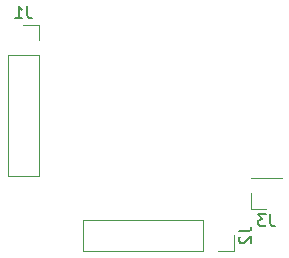
<source format=gbr>
G04 #@! TF.GenerationSoftware,KiCad,Pcbnew,(5.1.4)-1*
G04 #@! TF.CreationDate,2020-03-07T09:14:15+01:00*
G04 #@! TF.ProjectId,Encoder,456e636f-6465-4722-9e6b-696361645f70,rev?*
G04 #@! TF.SameCoordinates,Original*
G04 #@! TF.FileFunction,Legend,Bot*
G04 #@! TF.FilePolarity,Positive*
%FSLAX46Y46*%
G04 Gerber Fmt 4.6, Leading zero omitted, Abs format (unit mm)*
G04 Created by KiCad (PCBNEW (5.1.4)-1) date 2020-03-07 09:14:15*
%MOMM*%
%LPD*%
G04 APERTURE LIST*
%ADD10C,0.120000*%
%ADD11C,0.150000*%
G04 APERTURE END LIST*
D10*
X149920000Y-86420000D02*
X147260000Y-86420000D01*
X149920000Y-76200000D02*
X149920000Y-86420000D01*
X147260000Y-76200000D02*
X147260000Y-86420000D01*
X149920000Y-76200000D02*
X147260000Y-76200000D01*
X149920000Y-74930000D02*
X149920000Y-73600000D01*
X149920000Y-73600000D02*
X148590000Y-73600000D01*
X166430000Y-92770000D02*
X166430000Y-91440000D01*
X165100000Y-92770000D02*
X166430000Y-92770000D01*
X163830000Y-92770000D02*
X163830000Y-90110000D01*
X163830000Y-90110000D02*
X153610000Y-90110000D01*
X163830000Y-92770000D02*
X153610000Y-92770000D01*
X153610000Y-92770000D02*
X153610000Y-90110000D01*
X167834000Y-89214000D02*
X169164000Y-89214000D01*
X167834000Y-87884000D02*
X167834000Y-89214000D01*
X167834000Y-86614000D02*
X170494000Y-86614000D01*
X170494000Y-86614000D02*
X170494000Y-86554000D01*
X167834000Y-86614000D02*
X167834000Y-86554000D01*
X167834000Y-86554000D02*
X170494000Y-86554000D01*
D11*
X148923333Y-72052380D02*
X148923333Y-72766666D01*
X148970952Y-72909523D01*
X149066190Y-73004761D01*
X149209047Y-73052380D01*
X149304285Y-73052380D01*
X147923333Y-73052380D02*
X148494761Y-73052380D01*
X148209047Y-73052380D02*
X148209047Y-72052380D01*
X148304285Y-72195238D01*
X148399523Y-72290476D01*
X148494761Y-72338095D01*
X166882380Y-91106666D02*
X167596666Y-91106666D01*
X167739523Y-91059047D01*
X167834761Y-90963809D01*
X167882380Y-90820952D01*
X167882380Y-90725714D01*
X166977619Y-91535238D02*
X166930000Y-91582857D01*
X166882380Y-91678095D01*
X166882380Y-91916190D01*
X166930000Y-92011428D01*
X166977619Y-92059047D01*
X167072857Y-92106666D01*
X167168095Y-92106666D01*
X167310952Y-92059047D01*
X167882380Y-91487619D01*
X167882380Y-92106666D01*
X169497333Y-89666380D02*
X169497333Y-90380666D01*
X169544952Y-90523523D01*
X169640190Y-90618761D01*
X169783047Y-90666380D01*
X169878285Y-90666380D01*
X169116380Y-89666380D02*
X168497333Y-89666380D01*
X168830666Y-90047333D01*
X168687809Y-90047333D01*
X168592571Y-90094952D01*
X168544952Y-90142571D01*
X168497333Y-90237809D01*
X168497333Y-90475904D01*
X168544952Y-90571142D01*
X168592571Y-90618761D01*
X168687809Y-90666380D01*
X168973523Y-90666380D01*
X169068761Y-90618761D01*
X169116380Y-90571142D01*
M02*

</source>
